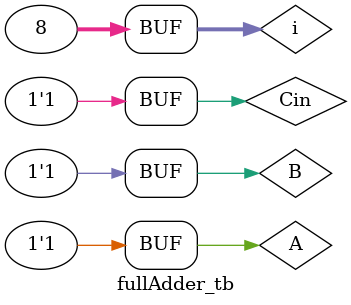
<source format=sv>
/*
 * Alejandro Hernandez-Farias
 * Carlos A Morelos-Escalera
 * 4/14/2024
 * EE 469
 * Lab 2
 *
 * Adds two bits together
 * The Cin value is added with A and B for combining fullAdder modules to add
 *   multi-bit numbers
 * If the addition of A and B (and Cin) can't be represented in one bit, 
 *   Cout will show the extra bit
 * Input ports:
 *		A - 1-bit, first bit to be added
 *		B - 1-bit, second bit to be added
 *		Cin - 1-bit, carry in bit (could be from another fullAdder)
 *	Output ports:
 *		Sum - 1-bit, the sum of A and B
 *		Cout - 1-bit, the extra bit value from adding A and B (and Cin)
 */
module fullAdder (A, B, Cin, Sum, Cout);

	// Variable declaration
		input logic A, B, Cin;
		output logic Sum, Cout;
	
	// Assign Sum and Cout outputs
		assign Sum = A ^ B ^ Cin;
		assign Cout = A & B | Cin & (A ^ B);
	
endmodule // fullAdder



/* Tests the fullAdder module on its behavior with all possible combinations
 *   of input
 */
module fullAdder_tb();

	// Variable declaration
		logic A, B, Cin, Sum, Cout;
		
	// Instantiates a fullAdder module with the combinations below
		fullAdder dut (.A, .B, .Cin, .Sum, .Cout);
		
	// Combinations of inputs
		integer i;
		initial begin
			for (i = 0; i < 2**3; i++) begin
				{A, B, Cin} = i; #10;
				
			end
			
		end // initial
	
endmodule // fullAdder_tb

</source>
